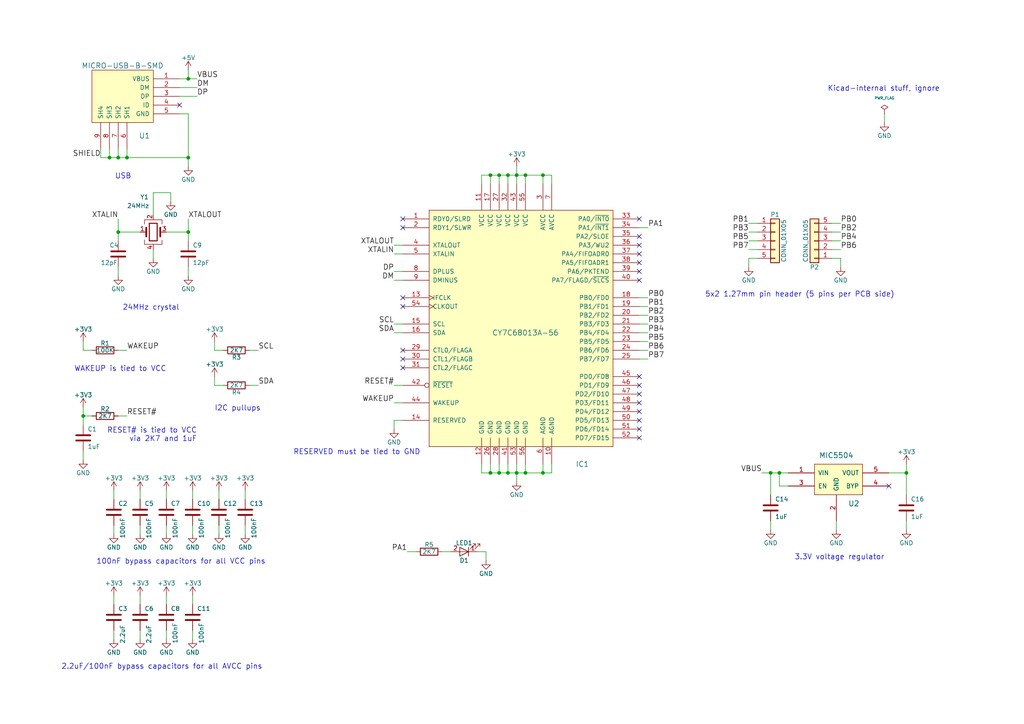
<source format=kicad_sch>
(kicad_sch (version 20230121) (generator eeschema)
  (paper "A4")
  (title_block (title "fx2grok-tiny 0.2") (date "2017-09-29") (rev "1") (company "http://www.sigrok.org/wiki/Fx2grok") (comment 1 "Open Hardware, CC-BY-SA 4.0"))
  (lib_symbols
    (symbol "fx2grok-tiny-rescue:+3.3V" (power) (pin_names (offset 0))
      (property "Value" "+3.3V" (at 0 3.556 0))
      (symbol "+3.3V_0_1"
        (polyline (pts (xy -0.762 1.27) (xy 0 2.54)))
        (polyline (pts (xy 0 0) (xy 0 2.54)))
        (polyline (pts (xy 0 2.54) (xy 0.762 1.27)))
      )
      (symbol "+3.3V_1_1"
        (pin power_in line (at 0 0 90) (length 0) hide (name "+3V3") (number "1"))
      )
    )
    (symbol "fx2grok-tiny-rescue:+5V" (power) (pin_names (offset 0))
      (property "Value" "+5V" (at 0 3.556 0))
      (symbol "+5V_0_1"
        (polyline (pts (xy -0.762 1.27) (xy 0 2.54)))
        (polyline (pts (xy 0 0) (xy 0 2.54)))
        (polyline (pts (xy 0 2.54) (xy 0.762 1.27)))
      )
      (symbol "+5V_1_1"
        (pin power_in line (at 0 0 90) (length 0) hide (name "+5V") (number "1"))
      )
    )
    (symbol "fx2grok-tiny-rescue:C" (pin_numbers hide) (pin_names (offset 0.254))
      (property "Reference" "C" (at 0.635 2.54 0))
      (property "Value" "C" (at 0.635 -2.54 0))
      (symbol "C_0_1"
        (polyline (pts (xy -2.032 -0.762) (xy 2.032 -0.762)) (stroke (width 0.508)))
        (polyline (pts (xy -2.032 0.762) (xy 2.032 0.762)) (stroke (width 0.508)))
      )
      (symbol "C_1_1"
        (pin passive line (at 0 3.81 270) (length 2.794) (name "~") (number "1"))
        (pin passive line (at 0 -3.81 90) (length 2.794) (name "~") (number "2"))
      )
    )
    (symbol "fx2grok-tiny-rescue:Conn_01x05" (pin_names (offset 1.016) hide)
      (property "Reference" "J" (at 0 7.62 0))
      (property "Value" "Conn_01x05" (at 0 -7.62 0))
      (symbol "Conn_01x05_1_1"
        (rectangle (start -1.27 -4.953) (end 0 -5.207) (stroke (width 0.1524)))
        (rectangle (start -1.27 -2.413) (end 0 -2.667) (stroke (width 0.1524)))
        (rectangle (start -1.27 0.127) (end 0 -0.127) (stroke (width 0.1524)))
        (rectangle (start -1.27 2.667) (end 0 2.413) (stroke (width 0.1524)))
        (rectangle (start -1.27 5.207) (end 0 4.953) (stroke (width 0.1524)))
        (rectangle (start -1.27 6.35) (end 1.27 -6.35) (stroke (width 0.254)) (fill (type background)))
        (pin passive line (at -5.08 5.08 0) (length 3.81) (name "Pin_1") (number "1"))
        (pin passive line (at -5.08 2.54 0) (length 3.81) (name "Pin_2") (number "2"))
        (pin passive line (at -5.08 0 0) (length 3.81) (name "Pin_3") (number "3"))
        (pin passive line (at -5.08 -2.54 0) (length 3.81) (name "Pin_4") (number "4"))
        (pin passive line (at -5.08 -5.08 0) (length 3.81) (name "Pin_5") (number "5"))
      )
    )
    (symbol "fx2grok-tiny-rescue:Crystal_GND24" (pin_names (offset 1.016) hide)
      (property "Reference" "Y" (at 3.175 5.08 0))
      (property "Value" "Crystal_GND24" (at 3.175 3.175 0))
      (symbol "Crystal_GND24_0_1"
        (rectangle (start -1.143 2.54) (end 1.143 -2.54) (stroke (width 0.3048)))
        (polyline (pts (xy -2.54 0) (xy -2.032 0)))
        (polyline (pts (xy -2.032 -1.27) (xy -2.032 1.27)) (stroke (width 0.508)))
        (polyline (pts (xy 0 -3.81) (xy 0 -3.556)))
        (polyline (pts (xy 0 3.556) (xy 0 3.81)))
        (polyline (pts (xy 2.032 -1.27) (xy 2.032 1.27)) (stroke (width 0.508)))
        (polyline (pts (xy 2.032 0) (xy 2.54 0)))
        (polyline (pts (xy -2.54 -2.286) (xy -2.54 -3.556) (xy 2.54 -3.556) (xy 2.54 -2.286)))
        (polyline (pts (xy -2.54 2.286) (xy -2.54 3.556) (xy 2.54 3.556) (xy 2.54 2.286)))
      )
      (symbol "Crystal_GND24_1_1"
        (pin passive line (at -3.81 0 0) (length 1.27) (name "1") (number "1"))
        (pin passive line (at 0 5.08 270) (length 1.27) (name "2") (number "2"))
        (pin passive line (at 3.81 0 180) (length 1.27) (name "3") (number "3"))
        (pin passive line (at 0 -5.08 90) (length 1.27) (name "4") (number "4"))
      )
    )
    (symbol "fx2grok-tiny-rescue:GND" (power) (pin_names (offset 0))
      (property "Value" "GND" (at 0 -3.81 0))
      (symbol "GND_0_1"
        (polyline (pts (xy 0 0) (xy 0 -1.27) (xy 1.27 -1.27) (xy 0 -2.54) (xy -1.27 -1.27) (xy 0 -1.27)))
      )
      (symbol "GND_1_1"
        (pin power_in line (at 0 0 270) (length 0) hide (name "GND") (number "1"))
      )
    )
    (symbol "fx2grok-tiny-rescue:LED" (pin_names (offset 1.016) hide)
      (property "Reference" "D" (at 0 2.54 0))
      (property "Value" "LED" (at 0 -2.54 0))
      (symbol "LED_0_1"
        (polyline (pts (xy -1.27 -1.27) (xy -1.27 1.27)) (stroke (width 0.2032)))
        (polyline (pts (xy -1.27 0) (xy 1.27 0)))
        (polyline (pts (xy 1.27 -1.27) (xy 1.27 1.27) (xy -1.27 0) (xy 1.27 -1.27)) (stroke (width 0.2032)))
        (polyline (pts (xy -3.048 -0.762) (xy -4.572 -2.286) (xy -3.81 -2.286) (xy -4.572 -2.286) (xy -4.572 -1.524)))
        (polyline (pts (xy -1.778 -0.762) (xy -3.302 -2.286) (xy -2.54 -2.286) (xy -3.302 -2.286) (xy -3.302 -1.524)))
      )
      (symbol "LED_1_1"
        (pin passive line (at -3.81 0 0) (length 2.54) (name "K") (number "1"))
        (pin passive line (at 3.81 0 180) (length 2.54) (name "A") (number "2"))
      )
    )
    (symbol "fx2grok-tiny-rescue:PWR_FLAG" (power) (pin_numbers hide) (pin_names (offset 0) hide)
      (property "Value" "PWR_FLAG" (at 0 3.81 0))
      (symbol "PWR_FLAG_0_0"
        (pin power_out line (at 0 0 90) (length 0) (name "pwr") (number "1"))
      )
      (symbol "PWR_FLAG_0_1"
        (polyline (pts (xy 0 0) (xy 0 1.27) (xy -1.016 1.905) (xy 0 2.54) (xy 1.016 1.905) (xy 0 1.27)))
      )
    )
    (symbol "fx2grok-tiny-rescue:R" (pin_numbers hide) (pin_names (offset 0))
      (property "Reference" "R" (at 2.032 0 90))
      (property "Value" "R" (at 0 0 90))
      (symbol "R_0_1"
        (rectangle (start -1.016 -2.54) (end 1.016 2.54) (stroke (width 0.254)))
      )
      (symbol "R_1_1"
        (pin passive line (at 0 3.81 270) (length 1.27) (name "~") (number "1"))
        (pin passive line (at 0 -3.81 90) (length 1.27) (name "~") (number "2"))
      )
    )
    (symbol "fx2grok-tiny:CY7C68013A-56" (pin_names (offset 1.016))
      (property "Reference" "IC" (at 0 -43.18 0))
      (property "Value" "CY7C68013A-56" (at 0 0 0))
      (symbol "CY7C68013A-56_0_1"
        (rectangle (start -27.94 35.56) (end 25.4 -33.02) (fill (type background)))
      )
      (symbol "CY7C68013A-56_1_1"
        (pin input line (at -35.56 33.02 0) (length 7.62) (name "RDY0/SLRD") (number "1"))
        (pin power_in line (at 7.62 -38.1 90) (length 7.62) (name "AGND") (number "10"))
        (pin power_in line (at -12.7 43.18 270) (length 7.62) (name "VCC") (number "11"))
        (pin power_in line (at -12.7 -38.1 90) (length 7.62) (name "GND") (number "12"))
        (pin bidirectional clock (at -35.56 10.16 0) (length 7.62) (name "IFCLK") (number "13"))
        (pin input line (at -35.56 -25.4 0) (length 7.62) (name "RESERVED") (number "14"))
        (pin output line (at -35.56 2.54 0) (length 7.62) (name "SCL") (number "15"))
        (pin bidirectional line (at -35.56 0 0) (length 7.62) (name "SDA") (number "16"))
        (pin power_in line (at -10.16 43.18 270) (length 7.62) (name "VCC") (number "17"))
        (pin bidirectional line (at 33.02 10.16 180) (length 7.62) (name "PB0/FD0") (number "18"))
        (pin bidirectional line (at 33.02 7.62 180) (length 7.62) (name "PB1/FD1") (number "19"))
        (pin input line (at -35.56 30.48 0) (length 7.62) (name "RDY1/SLWR") (number "2"))
        (pin bidirectional line (at 33.02 5.08 180) (length 7.62) (name "PB2/FD2") (number "20"))
        (pin bidirectional line (at 33.02 2.54 180) (length 7.62) (name "PB3/FD3") (number "21"))
        (pin bidirectional line (at 33.02 0 180) (length 7.62) (name "PB4/FD4") (number "22"))
        (pin bidirectional line (at 33.02 -2.54 180) (length 7.62) (name "PB5/FD5") (number "23"))
        (pin bidirectional line (at 33.02 -5.08 180) (length 7.62) (name "PB6/FD6") (number "24"))
        (pin bidirectional line (at 33.02 -7.62 180) (length 7.62) (name "PB7/FD7") (number "25"))
        (pin power_in line (at -10.16 -38.1 90) (length 7.62) (name "GND") (number "26"))
        (pin power_in line (at -7.62 43.18 270) (length 7.62) (name "VCC") (number "27"))
        (pin power_in line (at -7.62 -38.1 90) (length 7.62) (name "GND") (number "28"))
        (pin output line (at -35.56 -5.08 0) (length 7.62) (name "CTL0/FLAGA") (number "29"))
        (pin power_in line (at 5.08 43.18 270) (length 7.62) (name "AVCC") (number "3"))
        (pin output line (at -35.56 -7.62 0) (length 7.62) (name "CTL1/FLAGB") (number "30"))
        (pin output line (at -35.56 -10.16 0) (length 7.62) (name "CTL2/FLAGC") (number "31"))
        (pin power_in line (at -5.08 43.18 270) (length 7.62) (name "VCC") (number "32"))
        (pin bidirectional line (at 33.02 33.02 180) (length 7.62) (name "PA0/~{INT0}") (number "33"))
        (pin bidirectional line (at 33.02 30.48 180) (length 7.62) (name "PA1/~{INT1}") (number "34"))
        (pin bidirectional line (at 33.02 27.94 180) (length 7.62) (name "PA2/SLOE") (number "35"))
        (pin bidirectional line (at 33.02 25.4 180) (length 7.62) (name "PA3/WU2") (number "36"))
        (pin bidirectional line (at 33.02 22.86 180) (length 7.62) (name "PA4/FIFOADR0") (number "37"))
        (pin bidirectional line (at 33.02 20.32 180) (length 7.62) (name "PA5/FIFOADR1") (number "38"))
        (pin bidirectional line (at 33.02 17.78 180) (length 7.62) (name "PA6/PKTEND") (number "39"))
        (pin output line (at -35.56 25.4 0) (length 7.62) (name "XTALOUT") (number "4"))
        (pin bidirectional line (at 33.02 15.24 180) (length 7.62) (name "PA7/FLAGD/~{SLCS}") (number "40"))
        (pin power_in line (at -5.08 -38.1 90) (length 7.62) (name "GND") (number "41"))
        (pin input inverted (at -35.56 -15.24 0) (length 7.62) (name "~{RESET}") (number "42"))
        (pin power_in line (at -2.54 43.18 270) (length 7.62) (name "VCC") (number "43"))
        (pin input line (at -35.56 -20.32 0) (length 7.62) (name "WAKEUP") (number "44"))
        (pin bidirectional line (at 33.02 -12.7 180) (length 7.62) (name "PD0/FD8") (number "45"))
        (pin bidirectional line (at 33.02 -15.24 180) (length 7.62) (name "PD1/FD9") (number "46"))
        (pin bidirectional line (at 33.02 -17.78 180) (length 7.62) (name "PD2/FD10") (number "47"))
        (pin bidirectional line (at 33.02 -20.32 180) (length 7.62) (name "PD3/FD11") (number "48"))
        (pin bidirectional line (at 33.02 -22.86 180) (length 7.62) (name "PD4/FD12") (number "49"))
        (pin input line (at -35.56 22.86 0) (length 7.62) (name "XTALIN") (number "5"))
        (pin bidirectional line (at 33.02 -25.4 180) (length 7.62) (name "PD5/FD13") (number "50"))
        (pin bidirectional line (at 33.02 -27.94 180) (length 7.62) (name "PD6/FD14") (number "51"))
        (pin bidirectional line (at 33.02 -30.48 180) (length 7.62) (name "PD7/FD15") (number "52"))
        (pin power_in line (at -2.54 -38.1 90) (length 7.62) (name "GND") (number "53"))
        (pin output clock (at -35.56 7.62 0) (length 7.62) (name "CLKOUT") (number "54"))
        (pin power_in line (at 0 43.18 270) (length 7.62) (name "VCC") (number "55"))
        (pin power_in line (at 0 -38.1 90) (length 7.62) (name "GND") (number "56"))
        (pin power_in line (at 5.08 -38.1 90) (length 7.62) (name "AGND") (number "6"))
        (pin power_in line (at 7.62 43.18 270) (length 7.62) (name "AVCC") (number "7"))
        (pin bidirectional line (at -35.56 17.78 0) (length 7.62) (name "DPLUS") (number "8"))
        (pin bidirectional line (at -35.56 15.24 0) (length 7.62) (name "DMINUS") (number "9"))
      )
    )
    (symbol "fx2grok-tiny:MIC5319" (pin_names (offset 1.016))
      (property "Reference" "U" (at 5.08 -7.62 0))
      (property "Value" "MIC5319" (at 0 6.35 0))
      (symbol "MIC5319_0_1"
        (rectangle (start -6.35 -5.08) (end 7.62 3.81) (fill (type background)))
      )
      (symbol "MIC5319_1_1"
        (pin power_in line (at -13.97 1.27 0) (length 7.62) (name "VIN") (number "1"))
        (pin power_in line (at 0 -12.7 90) (length 7.62) (name "GND") (number "2"))
        (pin input line (at -13.97 -2.54 0) (length 7.62) (name "EN") (number "3"))
        (pin passive line (at 15.24 -2.54 180) (length 7.62) (name "BYP") (number "4"))
        (pin power_out line (at 15.24 1.27 180) (length 7.62) (name "VOUT") (number "5"))
      )
    )
    (symbol "fx2grok-tiny:MICRO-USB-B-SMD" (pin_names (offset 1.016))
      (property "Reference" "U" (at 2.54 -11.43 0))
      (property "Value" "MICRO-USB-B-SMD" (at -3.81 8.89 0))
      (symbol "MICRO-USB-B-SMD_0_1"
        (rectangle (start -12.7 7.62) (end 5.08 -7.62) (fill (type background)))
      )
      (symbol "MICRO-USB-B-SMD_1_1"
        (pin power_out line (at 12.7 5.08 180) (length 7.62) (name "VBUS") (number "1"))
        (pin bidirectional line (at 12.7 2.54 180) (length 7.62) (name "DM") (number "2"))
        (pin bidirectional line (at 12.7 0 180) (length 7.62) (name "DP") (number "3"))
        (pin output line (at 12.7 -2.54 180) (length 7.62) (name "ID") (number "4"))
        (pin power_in line (at 12.7 -5.08 180) (length 7.62) (name "GND") (number "5"))
        (pin passive line (at -2.54 -15.24 90) (length 7.62) (name "SH1") (number "6"))
        (pin passive line (at -5.08 -15.24 90) (length 7.62) (name "SH2") (number "7"))
        (pin passive line (at -7.62 -15.24 90) (length 7.62) (name "SH3") (number "8"))
        (pin passive line (at -10.16 -15.24 90) (length 7.62) (name "SH4") (number "9"))
      )
    )
  )
  (junction (at 157.48 50.8))
  (junction (at 147.32 50.8))
  (junction (at 54.61 22.86))
  (junction (at 262.89 137.16))
  (junction (at 34.29 45.72))
  (junction (at 149.86 137.16))
  (junction (at 31.75 45.72))
  (junction (at 144.78 137.16))
  (junction (at 24.13 120.65))
  (junction (at 54.61 45.72))
  (junction (at 157.48 137.16))
  (junction (at 36.83 45.72))
  (junction (at 147.32 137.16))
  (junction (at 149.86 50.8))
  (junction (at 223.52 137.16))
  (junction (at 142.24 50.8))
  (junction (at 152.4 137.16))
  (junction (at 142.24 137.16))
  (junction (at 144.78 50.8))
  (junction (at 54.61 67.31))
  (junction (at 34.29 67.31))
  (junction (at 226.06 137.16))
  (junction (at 152.4 50.8))
  (no_connect (at 116.84 88.9))
  (no_connect (at 185.42 71.12))
  (no_connect (at 185.42 78.74))
  (no_connect (at 116.84 86.36))
  (no_connect (at 185.42 121.92))
  (no_connect (at 116.84 104.14))
  (no_connect (at 185.42 73.66))
  (no_connect (at 185.42 114.3))
  (no_connect (at 257.81 140.97))
  (no_connect (at 116.84 106.68))
  (no_connect (at 185.42 127))
  (no_connect (at 185.42 76.2))
  (no_connect (at 116.84 101.6))
  (no_connect (at 185.42 111.76))
  (no_connect (at 185.42 124.46))
  (no_connect (at 185.42 119.38))
  (no_connect (at 52.07 30.48))
  (no_connect (at 116.84 66.04))
  (no_connect (at 185.42 68.58))
  (no_connect (at 185.42 109.22))
  (no_connect (at 185.42 116.84))
  (no_connect (at 185.42 63.5))
  (no_connect (at 185.42 81.28))
  (no_connect (at 116.84 63.5))
  (wire (pts (xy 54.61 22.86) (xy 54.61 20.32)))
  (wire (pts (xy 149.86 134.62) (xy 149.86 137.16)))
  (wire (pts (xy 44.45 62.23) (xy 44.45 55.88)))
  (wire (pts (xy 219.71 69.85) (xy 217.17 69.85)))
  (wire (pts (xy 139.7 53.34) (xy 139.7 50.8)))
  (wire (pts (xy 160.02 50.8) (xy 160.02 53.34)))
  (wire (pts (xy 262.89 137.16) (xy 262.89 143.51)))
  (wire (pts (xy 223.52 143.51) (xy 223.52 137.16)))
  (wire (pts (xy 262.89 134.62) (xy 262.89 137.16)))
  (wire (pts (xy 160.02 137.16) (xy 160.02 134.62)))
  (wire (pts (xy 142.24 137.16) (xy 144.78 137.16)))
  (wire (pts (xy 24.13 101.6) (xy 24.13 99.06)))
  (wire (pts (xy 185.42 86.36) (xy 187.96 86.36)))
  (wire (pts (xy 116.84 73.66) (xy 114.3 73.66)))
  (wire (pts (xy 63.5 152.4) (xy 63.5 154.94)))
  (wire (pts (xy 228.6 140.97) (xy 226.06 140.97)))
  (wire (pts (xy 55.88 172.72) (xy 55.88 175.26)))
  (wire (pts (xy 152.4 134.62) (xy 152.4 137.16)))
  (wire (pts (xy 54.61 45.72) (xy 54.61 48.26)))
  (wire (pts (xy 36.83 45.72) (xy 54.61 45.72)))
  (wire (pts (xy 116.84 111.76) (xy 114.3 111.76)))
  (wire (pts (xy 26.67 120.65) (xy 24.13 120.65)))
  (wire (pts (xy 147.32 137.16) (xy 149.86 137.16)))
  (wire (pts (xy 157.48 137.16) (xy 160.02 137.16)))
  (wire (pts (xy 219.71 64.77) (xy 217.17 64.77)))
  (wire (pts (xy 241.3 69.85) (xy 243.84 69.85)))
  (wire (pts (xy 257.81 137.16) (xy 262.89 137.16)))
  (wire (pts (xy 144.78 50.8) (xy 147.32 50.8)))
  (wire (pts (xy 243.84 74.93) (xy 241.3 74.93)))
  (wire (pts (xy 116.84 78.74) (xy 114.3 78.74)))
  (wire (pts (xy 144.78 50.8) (xy 144.78 53.34)))
  (wire (pts (xy 64.77 101.6) (xy 62.23 101.6)))
  (wire (pts (xy 152.4 137.16) (xy 157.48 137.16)))
  (wire (pts (xy 149.86 50.8) (xy 149.86 53.34)))
  (wire (pts (xy 24.13 133.35) (xy 24.13 130.81)))
  (wire (pts (xy 31.75 45.72) (xy 34.29 45.72)))
  (wire (pts (xy 185.42 88.9) (xy 187.96 88.9)))
  (wire (pts (xy 149.86 48.26) (xy 149.86 50.8)))
  (wire (pts (xy 48.26 152.4) (xy 48.26 154.94)))
  (wire (pts (xy 242.57 151.13) (xy 242.57 153.67)))
  (wire (pts (xy 226.06 140.97) (xy 226.06 137.16)))
  (wire (pts (xy 33.02 172.72) (xy 33.02 175.26)))
  (wire (pts (xy 256.54 33.02) (xy 256.54 35.56)))
  (wire (pts (xy 71.12 142.24) (xy 71.12 144.78)))
  (wire (pts (xy 241.3 64.77) (xy 243.84 64.77)))
  (wire (pts (xy 116.84 96.52) (xy 114.3 96.52)))
  (wire (pts (xy 36.83 45.72) (xy 36.83 43.18)))
  (wire (pts (xy 144.78 137.16) (xy 144.78 134.62)))
  (wire (pts (xy 62.23 101.6) (xy 62.23 99.06)))
  (wire (pts (xy 152.4 53.34) (xy 152.4 50.8)))
  (wire (pts (xy 57.15 27.94) (xy 52.07 27.94)))
  (wire (pts (xy 147.32 50.8) (xy 149.86 50.8)))
  (wire (pts (xy 185.42 93.98) (xy 187.96 93.98)))
  (wire (pts (xy 223.52 151.13) (xy 223.52 153.67)))
  (wire (pts (xy 142.24 134.62) (xy 142.24 137.16)))
  (wire (pts (xy 185.42 104.14) (xy 187.96 104.14)))
  (wire (pts (xy 34.29 67.31) (xy 34.29 69.85)))
  (wire (pts (xy 64.77 111.76) (xy 62.23 111.76)))
  (wire (pts (xy 40.64 172.72) (xy 40.64 175.26)))
  (wire (pts (xy 157.48 50.8) (xy 157.48 53.34)))
  (wire (pts (xy 33.02 152.4) (xy 33.02 154.94)))
  (wire (pts (xy 139.7 137.16) (xy 142.24 137.16)))
  (wire (pts (xy 72.39 111.76) (xy 74.93 111.76)))
  (wire (pts (xy 185.42 66.04) (xy 187.96 66.04)))
  (wire (pts (xy 44.45 55.88) (xy 49.53 55.88)))
  (wire (pts (xy 149.86 137.16) (xy 152.4 137.16)))
  (wire (pts (xy 72.39 101.6) (xy 74.93 101.6)))
  (wire (pts (xy 157.48 137.16) (xy 157.48 134.62)))
  (wire (pts (xy 185.42 91.44) (xy 187.96 91.44)))
  (wire (pts (xy 34.29 45.72) (xy 34.29 43.18)))
  (wire (pts (xy 149.86 50.8) (xy 152.4 50.8)))
  (wire (pts (xy 63.5 142.24) (xy 63.5 144.78)))
  (wire (pts (xy 185.42 99.06) (xy 187.96 99.06)))
  (wire (pts (xy 142.24 53.34) (xy 142.24 50.8)))
  (wire (pts (xy 185.42 101.6) (xy 187.96 101.6)))
  (wire (pts (xy 220.98 137.16) (xy 223.52 137.16)))
  (wire (pts (xy 29.21 43.18) (xy 29.21 45.72)))
  (wire (pts (xy 262.89 151.13) (xy 262.89 153.67)))
  (wire (pts (xy 116.84 93.98) (xy 114.3 93.98)))
  (wire (pts (xy 241.3 72.39) (xy 243.84 72.39)))
  (wire (pts (xy 138.43 160.02) (xy 140.97 160.02)))
  (wire (pts (xy 128.27 160.02) (xy 130.81 160.02)))
  (wire (pts (xy 144.78 137.16) (xy 147.32 137.16)))
  (wire (pts (xy 52.07 22.86) (xy 54.61 22.86)))
  (wire (pts (xy 219.71 72.39) (xy 217.17 72.39)))
  (wire (pts (xy 34.29 63.5) (xy 34.29 67.31)))
  (wire (pts (xy 54.61 67.31) (xy 48.26 67.31)))
  (wire (pts (xy 48.26 172.72) (xy 48.26 175.26)))
  (wire (pts (xy 139.7 50.8) (xy 142.24 50.8)))
  (wire (pts (xy 49.53 55.88) (xy 49.53 58.42)))
  (wire (pts (xy 54.61 33.02) (xy 52.07 33.02)))
  (wire (pts (xy 55.88 142.24) (xy 55.88 144.78)))
  (wire (pts (xy 33.02 142.24) (xy 33.02 144.78)))
  (wire (pts (xy 226.06 137.16) (xy 228.6 137.16)))
  (wire (pts (xy 71.12 152.4) (xy 71.12 154.94)))
  (wire (pts (xy 120.65 160.02) (xy 118.11 160.02)))
  (wire (pts (xy 33.02 182.88) (xy 33.02 185.42)))
  (wire (pts (xy 55.88 182.88) (xy 55.88 185.42)))
  (wire (pts (xy 62.23 111.76) (xy 62.23 109.22)))
  (wire (pts (xy 34.29 120.65) (xy 36.83 120.65)))
  (wire (pts (xy 55.88 152.4) (xy 55.88 154.94)))
  (wire (pts (xy 140.97 160.02) (xy 140.97 162.56)))
  (wire (pts (xy 40.64 67.31) (xy 34.29 67.31)))
  (wire (pts (xy 54.61 77.47) (xy 54.61 80.01)))
  (wire (pts (xy 152.4 50.8) (xy 157.48 50.8)))
  (wire (pts (xy 54.61 63.5) (xy 54.61 67.31)))
  (wire (pts (xy 116.84 121.92) (xy 114.3 121.92)))
  (wire (pts (xy 185.42 96.52) (xy 187.96 96.52)))
  (wire (pts (xy 116.84 71.12) (xy 114.3 71.12)))
  (wire (pts (xy 147.32 53.34) (xy 147.32 50.8)))
  (wire (pts (xy 147.32 134.62) (xy 147.32 137.16)))
  (wire (pts (xy 217.17 74.93) (xy 217.17 77.47)))
  (wire (pts (xy 26.67 101.6) (xy 24.13 101.6)))
  (wire (pts (xy 57.15 25.4) (xy 52.07 25.4)))
  (wire (pts (xy 34.29 45.72) (xy 36.83 45.72)))
  (wire (pts (xy 54.61 22.86) (xy 57.15 22.86)))
  (wire (pts (xy 31.75 43.18) (xy 31.75 45.72)))
  (wire (pts (xy 142.24 50.8) (xy 144.78 50.8)))
  (wire (pts (xy 149.86 137.16) (xy 149.86 139.7)))
  (wire (pts (xy 219.71 74.93) (xy 217.17 74.93)))
  (wire (pts (xy 54.61 33.02) (xy 54.61 45.72)))
  (wire (pts (xy 29.21 45.72) (xy 31.75 45.72)))
  (wire (pts (xy 48.26 182.88) (xy 48.26 185.42)))
  (wire (pts (xy 44.45 72.39) (xy 44.45 74.93)))
  (wire (pts (xy 114.3 81.28) (xy 116.84 81.28)))
  (wire (pts (xy 24.13 118.11) (xy 24.13 120.65)))
  (wire (pts (xy 243.84 77.47) (xy 243.84 74.93)))
  (wire (pts (xy 157.48 50.8) (xy 160.02 50.8)))
  (wire (pts (xy 54.61 67.31) (xy 54.61 69.85)))
  (wire (pts (xy 24.13 120.65) (xy 24.13 123.19)))
  (wire (pts (xy 223.52 137.16) (xy 226.06 137.16)))
  (wire (pts (xy 34.29 101.6) (xy 36.83 101.6)))
  (wire (pts (xy 116.84 116.84) (xy 114.3 116.84)))
  (wire (pts (xy 40.64 152.4) (xy 40.64 154.94)))
  (wire (pts (xy 40.64 182.88) (xy 40.64 185.42)))
  (wire (pts (xy 48.26 142.24) (xy 48.26 144.78)))
  (wire (pts (xy 40.64 142.24) (xy 40.64 144.78)))
  (wire (pts (xy 34.29 77.47) (xy 34.29 80.01)))
  (wire (pts (xy 241.3 67.31) (xy 243.84 67.31)))
  (wire (pts (xy 114.3 121.92) (xy 114.3 124.46)))
  (wire (pts (xy 139.7 134.62) (xy 139.7 137.16)))
  (wire (pts (xy 219.71 67.31) (xy 217.17 67.31)))
  (text "RESERVED must be tied to GND" (at 121.92 132.08 0) (effects (font (size 1.524 1.524)) (justify right bottom)))
  (text "RESET# is tied to VCC\nvia 2K7 and 1uF" (at 57.15 128.27 0) (effects (font (size 1.524 1.524)) (justify right bottom)))
  (text "WAKEUP is tied to VCC" (at 48.26 107.95 0) (effects (font (size 1.524 1.524)) (justify right bottom)))
  (text "I2C pullups" (at 62.23 119.38 0) (effects (font (size 1.524 1.524)) (justify left bottom)))
  (text "2.2uF/100nF bypass capacitors for all AVCC pins\n" (at 17.78 194.31 0) (effects (font (size 1.524 1.524)) (justify left bottom)))
  (text "Kicad-internal stuff, ignore" (at 240.03 26.67 0) (effects (font (size 1.524 1.524)) (justify left bottom)))
  (text "5x2 1.27mm pin header (5 pins per PCB side)" (at 204.47 86.36 0) (effects (font (size 1.524 1.524)) (justify left bottom)))
  (text "100nF bypass capacitors for all VCC pins\n" (at 27.94 163.83 0) (effects (font (size 1.524 1.524)) (justify left bottom)))
  (text "24MHz crystal" (at 52.07 90.17 0) (effects (font (size 1.524 1.524)) (justify right bottom)))
  (text "USB" (at 38.1 52.07 0) (effects (font (size 1.524 1.524)) (justify right bottom)))
  (text "3.3V voltage regulator" (at 256.54 162.56 0) (effects (font (size 1.524 1.524)) (justify right bottom)))
  (label "PB6" (at 243.84 72.39 0) (effects (font (size 1.524 1.524))))
  (label "PB5" (at 217.17 69.85 180) (effects (font (size 1.524 1.524))))
  (label "WAKEUP" (at 36.83 101.6 0) (effects (font (size 1.524 1.524))))
  (label "XTALIN" (at 114.3 73.66 180) (effects (font (size 1.524 1.524))))
  (label "VBUS" (at 57.15 22.86 0) (effects (font (size 1.524 1.524))))
  (label "DM" (at 57.15 25.4 0) (effects (font (size 1.524 1.524))))
  (label "DP" (at 57.15 27.94 0) (effects (font (size 1.524 1.524))))
  (label "SDA" (at 74.93 111.76 0) (effects (font (size 1.524 1.524))))
  (label "PB7" (at 187.96 104.14 0) (effects (font (size 1.524 1.524))))
  (label "PB0" (at 243.84 64.77 0) (effects (font (size 1.524 1.524))))
  (label "PB1" (at 187.96 88.9 0) (effects (font (size 1.524 1.524))))
  (label "RESET#" (at 36.83 120.65 0) (effects (font (size 1.524 1.524))))
  (label "SDA" (at 114.3 96.52 180) (effects (font (size 1.524 1.524))))
  (label "XTALOUT" (at 114.3 71.12 180) (effects (font (size 1.524 1.524))))
  (label "PA1" (at 187.96 66.04 0) (effects (font (size 1.524 1.524))))
  (label "XTALIN" (at 34.29 63.5 180) (effects (font (size 1.524 1.524))))
  (label "PB3" (at 187.96 93.98 0) (effects (font (size 1.524 1.524))))
  (label "PB0" (at 187.96 86.36 0) (effects (font (size 1.524 1.524))))
  (label "PA1" (at 118.11 160.02 180) (effects (font (size 1.524 1.524))))
  (label "PB1" (at 217.17 64.77 180) (effects (font (size 1.524 1.524))))
  (label "RESET#" (at 114.3 111.76 180) (effects (font (size 1.524 1.524))))
  (label "VBUS" (at 220.98 137.16 180) (effects (font (size 1.524 1.524))))
  (label "PB7" (at 217.17 72.39 180) (effects (font (size 1.524 1.524))))
  (label "PB4" (at 187.96 96.52 0) (effects (font (size 1.524 1.524))))
  (label "SHIELD" (at 29.21 45.72 180) (effects (font (size 1.524 1.524))))
  (label "PB3" (at 217.17 67.31 180) (effects (font (size 1.524 1.524))))
  (label "DP" (at 114.3 78.74 180) (effects (font (size 1.524 1.524))))
  (label "SCL" (at 114.3 93.98 180) (effects (font (size 1.524 1.524))))
  (label "PB2" (at 187.96 91.44 0) (effects (font (size 1.524 1.524))))
  (label "PB2" (at 243.84 67.31 0) (effects (font (size 1.524 1.524))))
  (label "DM" (at 114.3 81.28 180) (effects (font (size 1.524 1.524))))
  (label "XTALOUT" (at 54.61 63.5 0) (effects (font (size 1.524 1.524))))
  (label "PB5" (at 187.96 99.06 0) (effects (font (size 1.524 1.524))))
  (label "SCL" (at 74.93 101.6 0) (effects (font (size 1.524 1.524))))
  (label "PB4" (at 243.84 69.85 0) (effects (font (size 1.524 1.524))))
  (label "WAKEUP" (at 114.3 116.84 180) (effects (font (size 1.524 1.524))))
  (label "PB6" (at 187.96 101.6 0) (effects (font (size 1.524 1.524))))
  (symbol (lib_id "fx2grok-tiny:CY7C68013A-56") (at 152.4 96.52 0) (unit 1)
    (property "Reference" "IC1" (at 168.91 134.62 0) (effects (font (size 1.524 1.524))))
    (property "Value" "CY7C68013A-56" (at 152.4 96.52 0) (effects (font (size 1.524 1.524))))
    (property "Footprint" "fx2grok-tiny:QFN56" (effects hide))
  )
  (symbol (lib_id "fx2grok-tiny-rescue:C") (at 54.61 73.66 0) (unit 1)
    (property "Reference" "C9" (at 55.88 71.12 0) (effects (justify left)))
    (property "Value" "12pF" (at 55.88 76.2 0) (effects (justify left)))
    (property "Footprint" "SM0402" (effects hide))
  )
  (symbol (lib_id "fx2grok-tiny-rescue:C") (at 34.29 73.66 0) (unit 1)
    (property "Reference" "C4" (at 31.75 71.12 0) (effects (justify left)))
    (property "Value" "12pF" (at 29.21 76.2 0) (effects (justify left)))
    (property "Footprint" "SM0402" (effects hide))
  )
  (symbol (lib_id "fx2grok-tiny-rescue:R") (at 68.58 111.76 270) (unit 1)
    (property "Reference" "R4" (at 68.58 113.792 90))
    (property "Value" "2K7" (at 68.58 111.76 90))
    (property "Footprint" "SM0402" (effects hide))
  )
  (symbol (lib_id "fx2grok-tiny-rescue:R") (at 30.48 101.6 90) (unit 1)
    (property "Reference" "R1" (at 30.48 99.568 90))
    (property "Value" "100K" (at 30.48 101.6 90))
    (property "Footprint" "SM0402" (effects hide))
  )
  (symbol (lib_id "fx2grok-tiny-rescue:C") (at 33.02 148.59 0) (unit 1)
    (property "Reference" "C2" (at 34.29 146.05 0) (effects (justify left)))
    (property "Value" "100nF" (at 35.56 156.21 90) (effects (justify left)))
    (property "Footprint" "SM0402" (effects hide))
  )
  (symbol (lib_id "fx2grok-tiny-rescue:C") (at 55.88 148.59 0) (unit 1)
    (property "Reference" "C10" (at 57.15 146.05 0) (effects (justify left)))
    (property "Value" "100nF" (at 58.42 156.21 90) (effects (justify left)))
    (property "Footprint" "SM0402" (effects hide))
  )
  (symbol (lib_id "fx2grok-tiny-rescue:C") (at 40.64 148.59 0) (unit 1)
    (property "Reference" "C5" (at 41.91 146.05 0) (effects (justify left)))
    (property "Value" "100nF" (at 43.18 156.21 90) (effects (justify left)))
    (property "Footprint" "SM0402" (effects hide))
  )
  (symbol (lib_id "fx2grok-tiny-rescue:C") (at 48.26 148.59 0) (unit 1)
    (property "Reference" "C7" (at 49.53 146.05 0) (effects (justify left)))
    (property "Value" "100nF" (at 50.8 156.21 90) (effects (justify left)))
    (property "Footprint" "SM0402" (effects hide))
  )
  (symbol (lib_id "fx2grok-tiny-rescue:C") (at 63.5 148.59 0) (unit 1)
    (property "Reference" "C12" (at 64.77 146.05 0) (effects (justify left)))
    (property "Value" "100nF" (at 66.04 156.21 90) (effects (justify left)))
    (property "Footprint" "SM0402" (effects hide))
  )
  (symbol (lib_id "fx2grok-tiny-rescue:C") (at 71.12 148.59 0) (unit 1)
    (property "Reference" "C13" (at 72.39 146.05 0) (effects (justify left)))
    (property "Value" "100nF" (at 73.66 156.21 90) (effects (justify left)))
    (property "Footprint" "SM0402" (effects hide))
  )
  (symbol (lib_id "fx2grok-tiny-rescue:C") (at 33.02 179.07 0) (unit 1)
    (property "Reference" "C3" (at 34.29 176.53 0) (effects (justify left)))
    (property "Value" "2.2uF" (at 35.56 186.69 90) (effects (justify left)))
    (property "Footprint" "SM0402" (effects hide))
  )
  (symbol (lib_id "fx2grok-tiny-rescue:C") (at 40.64 179.07 0) (unit 1)
    (property "Reference" "C6" (at 41.91 176.53 0) (effects (justify left)))
    (property "Value" "2.2uF" (at 43.18 186.69 90) (effects (justify left)))
    (property "Footprint" "SM0402" (effects hide))
  )
  (symbol (lib_id "fx2grok-tiny-rescue:C") (at 48.26 179.07 0) (unit 1)
    (property "Reference" "C8" (at 49.53 176.53 0) (effects (justify left)))
    (property "Value" "100nF" (at 50.8 186.69 90) (effects (justify left)))
    (property "Footprint" "SM0402" (effects hide))
  )
  (symbol (lib_id "fx2grok-tiny-rescue:C") (at 55.88 179.07 0) (unit 1)
    (property "Reference" "C11" (at 57.15 176.53 0) (effects (justify left)))
    (property "Value" "100nF" (at 58.42 186.69 90) (effects (justify left)))
    (property "Footprint" "SM0402" (effects hide))
  )
  (symbol (lib_id "fx2grok-tiny-rescue:R") (at 30.48 120.65 90) (unit 1)
    (property "Reference" "R2" (at 30.48 118.618 90))
    (property "Value" "2K7" (at 30.48 120.65 90))
    (property "Footprint" "SM0402" (effects hide))
  )
  (symbol (lib_id "fx2grok-tiny:MICRO-USB-B-SMD") (at 39.37 27.94 0) (unit 1)
    (property "Reference" "U1" (at 41.91 39.37 0) (effects (font (size 1.524 1.524))))
    (property "Value" "MICRO-USB-B-SMD" (at 35.56 19.05 0) (effects (font (size 1.524 1.524))))
    (property "Footprint" "MICRO-USB-B-SMD" (effects hide))
  )
  (symbol (lib_id "fx2grok-tiny:MIC5319") (at 242.57 138.43 0) (unit 1)
    (property "Reference" "U2" (at 247.65 146.05 0) (effects (font (size 1.524 1.524))))
    (property "Value" "MIC5504" (at 242.57 132.08 0) (effects (font (size 1.524 1.524))))
    (property "Footprint" "SOT23-5" (effects hide))
  )
  (symbol (lib_id "fx2grok-tiny-rescue:C") (at 223.52 147.32 0) (unit 1)
    (property "Reference" "C14" (at 224.79 144.78 0) (effects (justify left)))
    (property "Value" "1uF" (at 224.79 149.86 0) (effects (justify left)))
    (property "Footprint" "SM0402" (effects hide))
  )
  (symbol (lib_id "fx2grok-tiny-rescue:C") (at 262.89 147.32 0) (unit 1)
    (property "Reference" "C16" (at 264.16 144.78 0) (effects (justify left)))
    (property "Value" "1uF" (at 264.16 149.86 0) (effects (justify left)))
    (property "Footprint" "SM0402" (effects hide))
  )
  (symbol (lib_id "fx2grok-tiny-rescue:PWR_FLAG") (at 256.54 33.02 0) (unit 1)
    (property "Reference" "#FLG01" (effects hide))
    (property "Value" "PWR_FLAG" (at 256.54 28.448 0) (effects (font (size 0.762 0.762))))
  )
  (symbol (lib_id "fx2grok-tiny-rescue:C") (at 24.13 127 0) (unit 1)
    (property "Reference" "C1" (at 25.4 124.46 0) (effects (justify left)))
    (property "Value" "1uF" (at 25.4 129.54 0) (effects (justify left)))
    (property "Footprint" "SM0402" (effects hide))
  )
  (symbol (lib_id "fx2grok-tiny-rescue:R") (at 68.58 101.6 270) (unit 1)
    (property "Reference" "R3" (at 68.58 103.632 90))
    (property "Value" "2K7" (at 68.58 101.6 90))
    (property "Footprint" "SM0402" (effects hide))
  )
  (symbol (lib_id "fx2grok-tiny-rescue:Crystal_GND24") (at 44.45 67.31 0) (unit 1)
    (property "Reference" "Y1" (at 40.64 57.15 0) (effects (justify left)))
    (property "Value" "24MHz" (at 36.83 59.69 0) (effects (justify left)))
    (property "Footprint" "ABM11" (effects hide))
  )
  (symbol (lib_id "fx2grok-tiny-rescue:GND") (at 49.53 58.42 0) (unit 1)
    (property "Reference" "#PWR041" (effects hide))
    (property "Value" "GND" (at 49.53 62.23 0))
  )
  (symbol (lib_id "fx2grok-tiny-rescue:GND") (at 44.45 74.93 0) (unit 1)
    (property "Reference" "#PWR042" (effects hide))
    (property "Value" "GND" (at 44.45 78.74 0))
  )
  (symbol (lib_id "fx2grok-tiny-rescue:GND") (at 256.54 35.56 0) (unit 1)
    (property "Reference" "#PWR040" (effects hide))
    (property "Value" "GND" (at 256.54 39.37 0))
  )
  (symbol (lib_id "fx2grok-tiny-rescue:GND") (at 262.89 153.67 0) (unit 1)
    (property "Reference" "#PWR034" (effects hide))
    (property "Value" "GND" (at 262.89 157.48 0))
  )
  (symbol (lib_id "fx2grok-tiny-rescue:GND") (at 242.57 153.67 0) (unit 1)
    (property "Reference" "#PWR035" (effects hide))
    (property "Value" "GND" (at 242.57 157.48 0))
  )
  (symbol (lib_id "fx2grok-tiny-rescue:GND") (at 223.52 153.67 0) (unit 1)
    (property "Reference" "#PWR036" (effects hide))
    (property "Value" "GND" (at 223.52 157.48 0))
  )
  (symbol (lib_id "fx2grok-tiny-rescue:+3.3V") (at 33.02 172.72 0) (unit 1)
    (property "Reference" "#PWR02" (effects hide))
    (property "Value" "+3.3V" (at 33.02 169.164 0))
  )
  (symbol (lib_id "fx2grok-tiny-rescue:+3.3V") (at 40.64 172.72 0) (unit 1)
    (property "Reference" "#PWR03" (effects hide))
    (property "Value" "+3.3V" (at 40.64 169.164 0))
  )
  (symbol (lib_id "fx2grok-tiny-rescue:+3.3V") (at 48.26 172.72 0) (unit 1)
    (property "Reference" "#PWR04" (effects hide))
    (property "Value" "+3.3V" (at 48.26 169.164 0))
  )
  (symbol (lib_id "fx2grok-tiny-rescue:+3.3V") (at 55.88 172.72 0) (unit 1)
    (property "Reference" "#PWR05" (effects hide))
    (property "Value" "+3.3V" (at 55.88 169.164 0))
  )
  (symbol (lib_id "fx2grok-tiny-rescue:GND") (at 33.02 185.42 0) (unit 1)
    (property "Reference" "#PWR06" (effects hide))
    (property "Value" "GND" (at 33.02 189.23 0))
  )
  (symbol (lib_id "fx2grok-tiny-rescue:GND") (at 40.64 185.42 0) (unit 1)
    (property "Reference" "#PWR07" (effects hide))
    (property "Value" "GND" (at 40.64 189.23 0))
  )
  (symbol (lib_id "fx2grok-tiny-rescue:GND") (at 48.26 185.42 0) (unit 1)
    (property "Reference" "#PWR08" (effects hide))
    (property "Value" "GND" (at 48.26 189.23 0))
  )
  (symbol (lib_id "fx2grok-tiny-rescue:GND") (at 55.88 185.42 0) (unit 1)
    (property "Reference" "#PWR09" (effects hide))
    (property "Value" "GND" (at 55.88 189.23 0))
  )
  (symbol (lib_id "fx2grok-tiny-rescue:GND") (at 33.02 154.94 0) (unit 1)
    (property "Reference" "#PWR010" (effects hide))
    (property "Value" "GND" (at 33.02 158.75 0))
  )
  (symbol (lib_id "fx2grok-tiny-rescue:GND") (at 40.64 154.94 0) (unit 1)
    (property "Reference" "#PWR011" (effects hide))
    (property "Value" "GND" (at 40.64 158.75 0))
  )
  (symbol (lib_id "fx2grok-tiny-rescue:GND") (at 48.26 154.94 0) (unit 1)
    (property "Reference" "#PWR012" (effects hide))
    (property "Value" "GND" (at 48.26 158.75 0))
  )
  (symbol (lib_id "fx2grok-tiny-rescue:GND") (at 55.88 154.94 0) (unit 1)
    (property "Reference" "#PWR013" (effects hide))
    (property "Value" "GND" (at 55.88 158.75 0))
  )
  (symbol (lib_id "fx2grok-tiny-rescue:GND") (at 63.5 154.94 0) (unit 1)
    (property "Reference" "#PWR014" (effects hide))
    (property "Value" "GND" (at 63.5 158.75 0))
  )
  (symbol (lib_id "fx2grok-tiny-rescue:GND") (at 71.12 154.94 0) (unit 1)
    (property "Reference" "#PWR015" (effects hide))
    (property "Value" "GND" (at 71.12 158.75 0))
  )
  (symbol (lib_id "fx2grok-tiny-rescue:+3.3V") (at 149.86 48.26 0) (unit 1)
    (property "Reference" "#PWR037" (effects hide))
    (property "Value" "+3.3V" (at 149.86 44.704 0))
  )
  (symbol (lib_id "fx2grok-tiny-rescue:+3.3V") (at 33.02 142.24 0) (unit 1)
    (property "Reference" "#PWR016" (effects hide))
    (property "Value" "+3.3V" (at 33.02 138.684 0))
  )
  (symbol (lib_id "fx2grok-tiny-rescue:+3.3V") (at 40.64 142.24 0) (unit 1)
    (property "Reference" "#PWR017" (effects hide))
    (property "Value" "+3.3V" (at 40.64 138.684 0))
  )
  (symbol (lib_id "fx2grok-tiny-rescue:+3.3V") (at 48.26 142.24 0) (unit 1)
    (property "Reference" "#PWR018" (effects hide))
    (property "Value" "+3.3V" (at 48.26 138.684 0))
  )
  (symbol (lib_id "fx2grok-tiny-rescue:+3.3V") (at 55.88 142.24 0) (unit 1)
    (property "Reference" "#PWR019" (effects hide))
    (property "Value" "+3.3V" (at 55.88 138.684 0))
  )
  (symbol (lib_id "fx2grok-tiny-rescue:+3.3V") (at 63.5 142.24 0) (unit 1)
    (property "Reference" "#PWR020" (effects hide))
    (property "Value" "+3.3V" (at 63.5 138.684 0))
  )
  (symbol (lib_id "fx2grok-tiny-rescue:+3.3V") (at 71.12 142.24 0) (unit 1)
    (property "Reference" "#PWR021" (effects hide))
    (property "Value" "+3.3V" (at 71.12 138.684 0))
  )
  (symbol (lib_id "fx2grok-tiny-rescue:GND") (at 24.13 133.35 0) (unit 1)
    (property "Reference" "#PWR022" (effects hide))
    (property "Value" "GND" (at 24.13 137.16 0))
  )
  (symbol (lib_id "fx2grok-tiny-rescue:+3.3V") (at 24.13 118.11 0) (unit 1)
    (property "Reference" "#PWR023" (effects hide))
    (property "Value" "+3.3V" (at 24.13 114.554 0))
  )
  (symbol (lib_id "fx2grok-tiny-rescue:+3.3V") (at 24.13 99.06 0) (unit 1)
    (property "Reference" "#PWR024" (effects hide))
    (property "Value" "+3.3V" (at 24.13 95.504 0))
  )
  (symbol (lib_id "fx2grok-tiny-rescue:+3.3V") (at 62.23 99.06 0) (unit 1)
    (property "Reference" "#PWR025" (effects hide))
    (property "Value" "+3.3V" (at 62.23 95.504 0))
  )
  (symbol (lib_id "fx2grok-tiny-rescue:+3.3V") (at 62.23 109.22 0) (unit 1)
    (property "Reference" "#PWR026" (effects hide))
    (property "Value" "+3.3V" (at 62.23 105.664 0))
  )
  (symbol (lib_id "fx2grok-tiny-rescue:GND") (at 114.3 124.46 0) (unit 1)
    (property "Reference" "#PWR027" (effects hide))
    (property "Value" "GND" (at 114.3 128.27 0))
  )
  (symbol (lib_id "fx2grok-tiny-rescue:GND") (at 54.61 80.01 0) (unit 1)
    (property "Reference" "#PWR028" (effects hide))
    (property "Value" "GND" (at 54.61 83.82 0))
  )
  (symbol (lib_id "fx2grok-tiny-rescue:GND") (at 34.29 80.01 0) (unit 1)
    (property "Reference" "#PWR029" (effects hide))
    (property "Value" "GND" (at 34.29 83.82 0))
  )
  (symbol (lib_id "fx2grok-tiny-rescue:GND") (at 54.61 48.26 0) (unit 1)
    (property "Reference" "#PWR030" (effects hide))
    (property "Value" "GND" (at 54.61 52.07 0))
  )
  (symbol (lib_id "fx2grok-tiny-rescue:+5V") (at 54.61 20.32 0) (unit 1)
    (property "Reference" "#PWR031" (effects hide))
    (property "Value" "+5V" (at 54.61 16.764 0))
  )
  (symbol (lib_id "fx2grok-tiny-rescue:GND") (at 149.86 139.7 0) (unit 1)
    (property "Reference" "#PWR032" (effects hide))
    (property "Value" "GND" (at 149.86 143.51 0))
  )
  (symbol (lib_id "fx2grok-tiny-rescue:Conn_01x05") (at 224.79 69.85 0) (unit 1)
    (property "Reference" "P1" (at 224.79 62.23 0))
    (property "Value" "CONN_01X05" (at 227.33 69.85 90))
    (property "Footprint" "CONN-5x1-SMD-127MM" (effects hide))
  )
  (symbol (lib_id "fx2grok-tiny-rescue:Conn_01x05") (at 236.22 69.85 180) (unit 1)
    (property "Reference" "P2" (at 236.22 77.47 0))
    (property "Value" "CONN_01X05" (at 233.68 69.85 90))
    (property "Footprint" "CONN-5x1-SMD-127MM" (effects hide))
  )
  (symbol (lib_id "fx2grok-tiny-rescue:GND") (at 243.84 77.47 0) (unit 1)
    (property "Reference" "#PWR038" (effects hide))
    (property "Value" "GND" (at 243.84 81.28 0))
  )
  (symbol (lib_id "fx2grok-tiny-rescue:GND") (at 217.17 77.47 0) (unit 1)
    (property "Reference" "#PWR039" (effects hide))
    (property "Value" "GND" (at 217.17 81.28 0))
  )
  (symbol (lib_id "fx2grok-tiny-rescue:+3.3V") (at 262.89 134.62 0) (unit 1)
    (property "Reference" "#PWR033" (effects hide))
    (property "Value" "+3.3V" (at 262.89 131.064 0))
  )
  (symbol (lib_id "fx2grok-tiny-rescue:R") (at 124.46 160.02 90) (unit 1)
    (property "Reference" "R5" (at 124.46 157.988 90))
    (property "Value" "2K7" (at 124.46 160.02 90))
    (property "Footprint" "SM0402" (effects hide))
  )
  (symbol (lib_id "fx2grok-tiny-rescue:LED") (at 134.62 160.02 180) (unit 1)
    (property "Reference" "D1" (at 134.62 162.56 0))
    (property "Value" "LED1" (at 134.62 157.48 0))
    (property "Footprint" "SM0402" (effects hide))
  )
  (symbol (lib_id "fx2grok-tiny-rescue:GND") (at 140.97 162.56 0) (unit 1)
    (property "Reference" "#PWR?" (effects hide))
    (property "Value" "GND" (at 140.97 166.37 0))
  )
)
</source>
